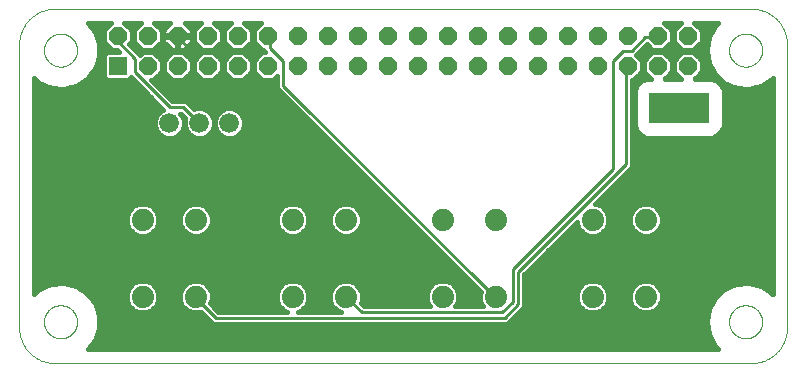
<source format=gbl>
G75*
%MOIN*%
%OFA0B0*%
%FSLAX25Y25*%
%IPPOS*%
%LPD*%
%AMOC8*
5,1,8,0,0,1.08239X$1,22.5*
%
%ADD10R,0.20000X0.10000*%
%ADD11C,0.06600*%
%ADD12C,0.07400*%
%ADD13C,0.00000*%
%ADD14R,0.06000X0.06000*%
%ADD15OC8,0.06000*%
%ADD16C,0.01000*%
%ADD17C,0.04000*%
%ADD18C,0.01600*%
D10*
X0225000Y0090000D03*
D11*
X0075000Y0085000D03*
X0065000Y0085000D03*
X0055000Y0085000D03*
D12*
X0046100Y0052800D03*
X0063900Y0052800D03*
X0096100Y0052800D03*
X0113900Y0052800D03*
X0146100Y0052800D03*
X0163900Y0052800D03*
X0196100Y0052800D03*
X0213900Y0052800D03*
X0213900Y0027200D03*
X0196100Y0027200D03*
X0163900Y0027200D03*
X0146100Y0027200D03*
X0113900Y0027200D03*
X0096100Y0027200D03*
X0063900Y0027200D03*
X0046100Y0027200D03*
D13*
X0016811Y0005000D02*
X0249094Y0005000D01*
X0249379Y0005003D01*
X0249665Y0005014D01*
X0249950Y0005031D01*
X0250234Y0005055D01*
X0250518Y0005086D01*
X0250801Y0005124D01*
X0251082Y0005169D01*
X0251363Y0005220D01*
X0251643Y0005278D01*
X0251921Y0005343D01*
X0252197Y0005415D01*
X0252471Y0005493D01*
X0252744Y0005578D01*
X0253014Y0005670D01*
X0253282Y0005768D01*
X0253548Y0005872D01*
X0253811Y0005983D01*
X0254071Y0006100D01*
X0254329Y0006223D01*
X0254583Y0006353D01*
X0254834Y0006489D01*
X0255082Y0006630D01*
X0255326Y0006778D01*
X0255567Y0006931D01*
X0255803Y0007091D01*
X0256036Y0007256D01*
X0256265Y0007426D01*
X0256490Y0007602D01*
X0256710Y0007784D01*
X0256926Y0007970D01*
X0257137Y0008162D01*
X0257344Y0008359D01*
X0257546Y0008561D01*
X0257743Y0008768D01*
X0257935Y0008979D01*
X0258121Y0009195D01*
X0258303Y0009415D01*
X0258479Y0009640D01*
X0258649Y0009869D01*
X0258814Y0010102D01*
X0258974Y0010338D01*
X0259127Y0010579D01*
X0259275Y0010823D01*
X0259416Y0011071D01*
X0259552Y0011322D01*
X0259682Y0011576D01*
X0259805Y0011834D01*
X0259922Y0012094D01*
X0260033Y0012357D01*
X0260137Y0012623D01*
X0260235Y0012891D01*
X0260327Y0013161D01*
X0260412Y0013434D01*
X0260490Y0013708D01*
X0260562Y0013984D01*
X0260627Y0014262D01*
X0260685Y0014542D01*
X0260736Y0014823D01*
X0260781Y0015104D01*
X0260819Y0015387D01*
X0260850Y0015671D01*
X0260874Y0015955D01*
X0260891Y0016240D01*
X0260902Y0016526D01*
X0260905Y0016811D01*
X0260906Y0016811D02*
X0260906Y0111299D01*
X0260905Y0111299D02*
X0260902Y0111584D01*
X0260891Y0111870D01*
X0260874Y0112155D01*
X0260850Y0112439D01*
X0260819Y0112723D01*
X0260781Y0113006D01*
X0260736Y0113287D01*
X0260685Y0113568D01*
X0260627Y0113848D01*
X0260562Y0114126D01*
X0260490Y0114402D01*
X0260412Y0114676D01*
X0260327Y0114949D01*
X0260235Y0115219D01*
X0260137Y0115487D01*
X0260033Y0115753D01*
X0259922Y0116016D01*
X0259805Y0116276D01*
X0259682Y0116534D01*
X0259552Y0116788D01*
X0259416Y0117039D01*
X0259275Y0117287D01*
X0259127Y0117531D01*
X0258974Y0117772D01*
X0258814Y0118008D01*
X0258649Y0118241D01*
X0258479Y0118470D01*
X0258303Y0118695D01*
X0258121Y0118915D01*
X0257935Y0119131D01*
X0257743Y0119342D01*
X0257546Y0119549D01*
X0257344Y0119751D01*
X0257137Y0119948D01*
X0256926Y0120140D01*
X0256710Y0120326D01*
X0256490Y0120508D01*
X0256265Y0120684D01*
X0256036Y0120854D01*
X0255803Y0121019D01*
X0255567Y0121179D01*
X0255326Y0121332D01*
X0255082Y0121480D01*
X0254834Y0121621D01*
X0254583Y0121757D01*
X0254329Y0121887D01*
X0254071Y0122010D01*
X0253811Y0122127D01*
X0253548Y0122238D01*
X0253282Y0122342D01*
X0253014Y0122440D01*
X0252744Y0122532D01*
X0252471Y0122617D01*
X0252197Y0122695D01*
X0251921Y0122767D01*
X0251643Y0122832D01*
X0251363Y0122890D01*
X0251082Y0122941D01*
X0250801Y0122986D01*
X0250518Y0123024D01*
X0250234Y0123055D01*
X0249950Y0123079D01*
X0249665Y0123096D01*
X0249379Y0123107D01*
X0249094Y0123110D01*
X0016811Y0123110D01*
X0016526Y0123107D01*
X0016240Y0123096D01*
X0015955Y0123079D01*
X0015671Y0123055D01*
X0015387Y0123024D01*
X0015104Y0122986D01*
X0014823Y0122941D01*
X0014542Y0122890D01*
X0014262Y0122832D01*
X0013984Y0122767D01*
X0013708Y0122695D01*
X0013434Y0122617D01*
X0013161Y0122532D01*
X0012891Y0122440D01*
X0012623Y0122342D01*
X0012357Y0122238D01*
X0012094Y0122127D01*
X0011834Y0122010D01*
X0011576Y0121887D01*
X0011322Y0121757D01*
X0011071Y0121621D01*
X0010823Y0121480D01*
X0010579Y0121332D01*
X0010338Y0121179D01*
X0010102Y0121019D01*
X0009869Y0120854D01*
X0009640Y0120684D01*
X0009415Y0120508D01*
X0009195Y0120326D01*
X0008979Y0120140D01*
X0008768Y0119948D01*
X0008561Y0119751D01*
X0008359Y0119549D01*
X0008162Y0119342D01*
X0007970Y0119131D01*
X0007784Y0118915D01*
X0007602Y0118695D01*
X0007426Y0118470D01*
X0007256Y0118241D01*
X0007091Y0118008D01*
X0006931Y0117772D01*
X0006778Y0117531D01*
X0006630Y0117287D01*
X0006489Y0117039D01*
X0006353Y0116788D01*
X0006223Y0116534D01*
X0006100Y0116276D01*
X0005983Y0116016D01*
X0005872Y0115753D01*
X0005768Y0115487D01*
X0005670Y0115219D01*
X0005578Y0114949D01*
X0005493Y0114676D01*
X0005415Y0114402D01*
X0005343Y0114126D01*
X0005278Y0113848D01*
X0005220Y0113568D01*
X0005169Y0113287D01*
X0005124Y0113006D01*
X0005086Y0112723D01*
X0005055Y0112439D01*
X0005031Y0112155D01*
X0005014Y0111870D01*
X0005003Y0111584D01*
X0005000Y0111299D01*
X0005000Y0016811D01*
X0005003Y0016526D01*
X0005014Y0016240D01*
X0005031Y0015955D01*
X0005055Y0015671D01*
X0005086Y0015387D01*
X0005124Y0015104D01*
X0005169Y0014823D01*
X0005220Y0014542D01*
X0005278Y0014262D01*
X0005343Y0013984D01*
X0005415Y0013708D01*
X0005493Y0013434D01*
X0005578Y0013161D01*
X0005670Y0012891D01*
X0005768Y0012623D01*
X0005872Y0012357D01*
X0005983Y0012094D01*
X0006100Y0011834D01*
X0006223Y0011576D01*
X0006353Y0011322D01*
X0006489Y0011071D01*
X0006630Y0010823D01*
X0006778Y0010579D01*
X0006931Y0010338D01*
X0007091Y0010102D01*
X0007256Y0009869D01*
X0007426Y0009640D01*
X0007602Y0009415D01*
X0007784Y0009195D01*
X0007970Y0008979D01*
X0008162Y0008768D01*
X0008359Y0008561D01*
X0008561Y0008359D01*
X0008768Y0008162D01*
X0008979Y0007970D01*
X0009195Y0007784D01*
X0009415Y0007602D01*
X0009640Y0007426D01*
X0009869Y0007256D01*
X0010102Y0007091D01*
X0010338Y0006931D01*
X0010579Y0006778D01*
X0010823Y0006630D01*
X0011071Y0006489D01*
X0011322Y0006353D01*
X0011576Y0006223D01*
X0011834Y0006100D01*
X0012094Y0005983D01*
X0012357Y0005872D01*
X0012623Y0005768D01*
X0012891Y0005670D01*
X0013161Y0005578D01*
X0013434Y0005493D01*
X0013708Y0005415D01*
X0013984Y0005343D01*
X0014262Y0005278D01*
X0014542Y0005220D01*
X0014823Y0005169D01*
X0015104Y0005124D01*
X0015387Y0005086D01*
X0015671Y0005055D01*
X0015955Y0005031D01*
X0016240Y0005014D01*
X0016526Y0005003D01*
X0016811Y0005000D01*
X0013268Y0018780D02*
X0013270Y0018928D01*
X0013276Y0019076D01*
X0013286Y0019224D01*
X0013300Y0019371D01*
X0013318Y0019518D01*
X0013339Y0019664D01*
X0013365Y0019810D01*
X0013395Y0019955D01*
X0013428Y0020099D01*
X0013466Y0020242D01*
X0013507Y0020384D01*
X0013552Y0020525D01*
X0013600Y0020665D01*
X0013653Y0020804D01*
X0013709Y0020941D01*
X0013769Y0021076D01*
X0013832Y0021210D01*
X0013899Y0021342D01*
X0013970Y0021472D01*
X0014044Y0021600D01*
X0014121Y0021726D01*
X0014202Y0021850D01*
X0014286Y0021972D01*
X0014373Y0022091D01*
X0014464Y0022208D01*
X0014558Y0022323D01*
X0014654Y0022435D01*
X0014754Y0022545D01*
X0014856Y0022651D01*
X0014962Y0022755D01*
X0015070Y0022856D01*
X0015181Y0022954D01*
X0015294Y0023050D01*
X0015410Y0023142D01*
X0015528Y0023231D01*
X0015649Y0023316D01*
X0015772Y0023399D01*
X0015897Y0023478D01*
X0016024Y0023554D01*
X0016153Y0023626D01*
X0016284Y0023695D01*
X0016417Y0023760D01*
X0016552Y0023821D01*
X0016688Y0023879D01*
X0016825Y0023934D01*
X0016964Y0023984D01*
X0017105Y0024031D01*
X0017246Y0024074D01*
X0017389Y0024114D01*
X0017533Y0024149D01*
X0017677Y0024181D01*
X0017823Y0024208D01*
X0017969Y0024232D01*
X0018116Y0024252D01*
X0018263Y0024268D01*
X0018410Y0024280D01*
X0018558Y0024288D01*
X0018706Y0024292D01*
X0018854Y0024292D01*
X0019002Y0024288D01*
X0019150Y0024280D01*
X0019297Y0024268D01*
X0019444Y0024252D01*
X0019591Y0024232D01*
X0019737Y0024208D01*
X0019883Y0024181D01*
X0020027Y0024149D01*
X0020171Y0024114D01*
X0020314Y0024074D01*
X0020455Y0024031D01*
X0020596Y0023984D01*
X0020735Y0023934D01*
X0020872Y0023879D01*
X0021008Y0023821D01*
X0021143Y0023760D01*
X0021276Y0023695D01*
X0021407Y0023626D01*
X0021536Y0023554D01*
X0021663Y0023478D01*
X0021788Y0023399D01*
X0021911Y0023316D01*
X0022032Y0023231D01*
X0022150Y0023142D01*
X0022266Y0023050D01*
X0022379Y0022954D01*
X0022490Y0022856D01*
X0022598Y0022755D01*
X0022704Y0022651D01*
X0022806Y0022545D01*
X0022906Y0022435D01*
X0023002Y0022323D01*
X0023096Y0022208D01*
X0023187Y0022091D01*
X0023274Y0021972D01*
X0023358Y0021850D01*
X0023439Y0021726D01*
X0023516Y0021600D01*
X0023590Y0021472D01*
X0023661Y0021342D01*
X0023728Y0021210D01*
X0023791Y0021076D01*
X0023851Y0020941D01*
X0023907Y0020804D01*
X0023960Y0020665D01*
X0024008Y0020525D01*
X0024053Y0020384D01*
X0024094Y0020242D01*
X0024132Y0020099D01*
X0024165Y0019955D01*
X0024195Y0019810D01*
X0024221Y0019664D01*
X0024242Y0019518D01*
X0024260Y0019371D01*
X0024274Y0019224D01*
X0024284Y0019076D01*
X0024290Y0018928D01*
X0024292Y0018780D01*
X0024290Y0018632D01*
X0024284Y0018484D01*
X0024274Y0018336D01*
X0024260Y0018189D01*
X0024242Y0018042D01*
X0024221Y0017896D01*
X0024195Y0017750D01*
X0024165Y0017605D01*
X0024132Y0017461D01*
X0024094Y0017318D01*
X0024053Y0017176D01*
X0024008Y0017035D01*
X0023960Y0016895D01*
X0023907Y0016756D01*
X0023851Y0016619D01*
X0023791Y0016484D01*
X0023728Y0016350D01*
X0023661Y0016218D01*
X0023590Y0016088D01*
X0023516Y0015960D01*
X0023439Y0015834D01*
X0023358Y0015710D01*
X0023274Y0015588D01*
X0023187Y0015469D01*
X0023096Y0015352D01*
X0023002Y0015237D01*
X0022906Y0015125D01*
X0022806Y0015015D01*
X0022704Y0014909D01*
X0022598Y0014805D01*
X0022490Y0014704D01*
X0022379Y0014606D01*
X0022266Y0014510D01*
X0022150Y0014418D01*
X0022032Y0014329D01*
X0021911Y0014244D01*
X0021788Y0014161D01*
X0021663Y0014082D01*
X0021536Y0014006D01*
X0021407Y0013934D01*
X0021276Y0013865D01*
X0021143Y0013800D01*
X0021008Y0013739D01*
X0020872Y0013681D01*
X0020735Y0013626D01*
X0020596Y0013576D01*
X0020455Y0013529D01*
X0020314Y0013486D01*
X0020171Y0013446D01*
X0020027Y0013411D01*
X0019883Y0013379D01*
X0019737Y0013352D01*
X0019591Y0013328D01*
X0019444Y0013308D01*
X0019297Y0013292D01*
X0019150Y0013280D01*
X0019002Y0013272D01*
X0018854Y0013268D01*
X0018706Y0013268D01*
X0018558Y0013272D01*
X0018410Y0013280D01*
X0018263Y0013292D01*
X0018116Y0013308D01*
X0017969Y0013328D01*
X0017823Y0013352D01*
X0017677Y0013379D01*
X0017533Y0013411D01*
X0017389Y0013446D01*
X0017246Y0013486D01*
X0017105Y0013529D01*
X0016964Y0013576D01*
X0016825Y0013626D01*
X0016688Y0013681D01*
X0016552Y0013739D01*
X0016417Y0013800D01*
X0016284Y0013865D01*
X0016153Y0013934D01*
X0016024Y0014006D01*
X0015897Y0014082D01*
X0015772Y0014161D01*
X0015649Y0014244D01*
X0015528Y0014329D01*
X0015410Y0014418D01*
X0015294Y0014510D01*
X0015181Y0014606D01*
X0015070Y0014704D01*
X0014962Y0014805D01*
X0014856Y0014909D01*
X0014754Y0015015D01*
X0014654Y0015125D01*
X0014558Y0015237D01*
X0014464Y0015352D01*
X0014373Y0015469D01*
X0014286Y0015588D01*
X0014202Y0015710D01*
X0014121Y0015834D01*
X0014044Y0015960D01*
X0013970Y0016088D01*
X0013899Y0016218D01*
X0013832Y0016350D01*
X0013769Y0016484D01*
X0013709Y0016619D01*
X0013653Y0016756D01*
X0013600Y0016895D01*
X0013552Y0017035D01*
X0013507Y0017176D01*
X0013466Y0017318D01*
X0013428Y0017461D01*
X0013395Y0017605D01*
X0013365Y0017750D01*
X0013339Y0017896D01*
X0013318Y0018042D01*
X0013300Y0018189D01*
X0013286Y0018336D01*
X0013276Y0018484D01*
X0013270Y0018632D01*
X0013268Y0018780D01*
X0013268Y0109331D02*
X0013270Y0109479D01*
X0013276Y0109627D01*
X0013286Y0109775D01*
X0013300Y0109922D01*
X0013318Y0110069D01*
X0013339Y0110215D01*
X0013365Y0110361D01*
X0013395Y0110506D01*
X0013428Y0110650D01*
X0013466Y0110793D01*
X0013507Y0110935D01*
X0013552Y0111076D01*
X0013600Y0111216D01*
X0013653Y0111355D01*
X0013709Y0111492D01*
X0013769Y0111627D01*
X0013832Y0111761D01*
X0013899Y0111893D01*
X0013970Y0112023D01*
X0014044Y0112151D01*
X0014121Y0112277D01*
X0014202Y0112401D01*
X0014286Y0112523D01*
X0014373Y0112642D01*
X0014464Y0112759D01*
X0014558Y0112874D01*
X0014654Y0112986D01*
X0014754Y0113096D01*
X0014856Y0113202D01*
X0014962Y0113306D01*
X0015070Y0113407D01*
X0015181Y0113505D01*
X0015294Y0113601D01*
X0015410Y0113693D01*
X0015528Y0113782D01*
X0015649Y0113867D01*
X0015772Y0113950D01*
X0015897Y0114029D01*
X0016024Y0114105D01*
X0016153Y0114177D01*
X0016284Y0114246D01*
X0016417Y0114311D01*
X0016552Y0114372D01*
X0016688Y0114430D01*
X0016825Y0114485D01*
X0016964Y0114535D01*
X0017105Y0114582D01*
X0017246Y0114625D01*
X0017389Y0114665D01*
X0017533Y0114700D01*
X0017677Y0114732D01*
X0017823Y0114759D01*
X0017969Y0114783D01*
X0018116Y0114803D01*
X0018263Y0114819D01*
X0018410Y0114831D01*
X0018558Y0114839D01*
X0018706Y0114843D01*
X0018854Y0114843D01*
X0019002Y0114839D01*
X0019150Y0114831D01*
X0019297Y0114819D01*
X0019444Y0114803D01*
X0019591Y0114783D01*
X0019737Y0114759D01*
X0019883Y0114732D01*
X0020027Y0114700D01*
X0020171Y0114665D01*
X0020314Y0114625D01*
X0020455Y0114582D01*
X0020596Y0114535D01*
X0020735Y0114485D01*
X0020872Y0114430D01*
X0021008Y0114372D01*
X0021143Y0114311D01*
X0021276Y0114246D01*
X0021407Y0114177D01*
X0021536Y0114105D01*
X0021663Y0114029D01*
X0021788Y0113950D01*
X0021911Y0113867D01*
X0022032Y0113782D01*
X0022150Y0113693D01*
X0022266Y0113601D01*
X0022379Y0113505D01*
X0022490Y0113407D01*
X0022598Y0113306D01*
X0022704Y0113202D01*
X0022806Y0113096D01*
X0022906Y0112986D01*
X0023002Y0112874D01*
X0023096Y0112759D01*
X0023187Y0112642D01*
X0023274Y0112523D01*
X0023358Y0112401D01*
X0023439Y0112277D01*
X0023516Y0112151D01*
X0023590Y0112023D01*
X0023661Y0111893D01*
X0023728Y0111761D01*
X0023791Y0111627D01*
X0023851Y0111492D01*
X0023907Y0111355D01*
X0023960Y0111216D01*
X0024008Y0111076D01*
X0024053Y0110935D01*
X0024094Y0110793D01*
X0024132Y0110650D01*
X0024165Y0110506D01*
X0024195Y0110361D01*
X0024221Y0110215D01*
X0024242Y0110069D01*
X0024260Y0109922D01*
X0024274Y0109775D01*
X0024284Y0109627D01*
X0024290Y0109479D01*
X0024292Y0109331D01*
X0024290Y0109183D01*
X0024284Y0109035D01*
X0024274Y0108887D01*
X0024260Y0108740D01*
X0024242Y0108593D01*
X0024221Y0108447D01*
X0024195Y0108301D01*
X0024165Y0108156D01*
X0024132Y0108012D01*
X0024094Y0107869D01*
X0024053Y0107727D01*
X0024008Y0107586D01*
X0023960Y0107446D01*
X0023907Y0107307D01*
X0023851Y0107170D01*
X0023791Y0107035D01*
X0023728Y0106901D01*
X0023661Y0106769D01*
X0023590Y0106639D01*
X0023516Y0106511D01*
X0023439Y0106385D01*
X0023358Y0106261D01*
X0023274Y0106139D01*
X0023187Y0106020D01*
X0023096Y0105903D01*
X0023002Y0105788D01*
X0022906Y0105676D01*
X0022806Y0105566D01*
X0022704Y0105460D01*
X0022598Y0105356D01*
X0022490Y0105255D01*
X0022379Y0105157D01*
X0022266Y0105061D01*
X0022150Y0104969D01*
X0022032Y0104880D01*
X0021911Y0104795D01*
X0021788Y0104712D01*
X0021663Y0104633D01*
X0021536Y0104557D01*
X0021407Y0104485D01*
X0021276Y0104416D01*
X0021143Y0104351D01*
X0021008Y0104290D01*
X0020872Y0104232D01*
X0020735Y0104177D01*
X0020596Y0104127D01*
X0020455Y0104080D01*
X0020314Y0104037D01*
X0020171Y0103997D01*
X0020027Y0103962D01*
X0019883Y0103930D01*
X0019737Y0103903D01*
X0019591Y0103879D01*
X0019444Y0103859D01*
X0019297Y0103843D01*
X0019150Y0103831D01*
X0019002Y0103823D01*
X0018854Y0103819D01*
X0018706Y0103819D01*
X0018558Y0103823D01*
X0018410Y0103831D01*
X0018263Y0103843D01*
X0018116Y0103859D01*
X0017969Y0103879D01*
X0017823Y0103903D01*
X0017677Y0103930D01*
X0017533Y0103962D01*
X0017389Y0103997D01*
X0017246Y0104037D01*
X0017105Y0104080D01*
X0016964Y0104127D01*
X0016825Y0104177D01*
X0016688Y0104232D01*
X0016552Y0104290D01*
X0016417Y0104351D01*
X0016284Y0104416D01*
X0016153Y0104485D01*
X0016024Y0104557D01*
X0015897Y0104633D01*
X0015772Y0104712D01*
X0015649Y0104795D01*
X0015528Y0104880D01*
X0015410Y0104969D01*
X0015294Y0105061D01*
X0015181Y0105157D01*
X0015070Y0105255D01*
X0014962Y0105356D01*
X0014856Y0105460D01*
X0014754Y0105566D01*
X0014654Y0105676D01*
X0014558Y0105788D01*
X0014464Y0105903D01*
X0014373Y0106020D01*
X0014286Y0106139D01*
X0014202Y0106261D01*
X0014121Y0106385D01*
X0014044Y0106511D01*
X0013970Y0106639D01*
X0013899Y0106769D01*
X0013832Y0106901D01*
X0013769Y0107035D01*
X0013709Y0107170D01*
X0013653Y0107307D01*
X0013600Y0107446D01*
X0013552Y0107586D01*
X0013507Y0107727D01*
X0013466Y0107869D01*
X0013428Y0108012D01*
X0013395Y0108156D01*
X0013365Y0108301D01*
X0013339Y0108447D01*
X0013318Y0108593D01*
X0013300Y0108740D01*
X0013286Y0108887D01*
X0013276Y0109035D01*
X0013270Y0109183D01*
X0013268Y0109331D01*
X0241614Y0109331D02*
X0241616Y0109479D01*
X0241622Y0109627D01*
X0241632Y0109775D01*
X0241646Y0109922D01*
X0241664Y0110069D01*
X0241685Y0110215D01*
X0241711Y0110361D01*
X0241741Y0110506D01*
X0241774Y0110650D01*
X0241812Y0110793D01*
X0241853Y0110935D01*
X0241898Y0111076D01*
X0241946Y0111216D01*
X0241999Y0111355D01*
X0242055Y0111492D01*
X0242115Y0111627D01*
X0242178Y0111761D01*
X0242245Y0111893D01*
X0242316Y0112023D01*
X0242390Y0112151D01*
X0242467Y0112277D01*
X0242548Y0112401D01*
X0242632Y0112523D01*
X0242719Y0112642D01*
X0242810Y0112759D01*
X0242904Y0112874D01*
X0243000Y0112986D01*
X0243100Y0113096D01*
X0243202Y0113202D01*
X0243308Y0113306D01*
X0243416Y0113407D01*
X0243527Y0113505D01*
X0243640Y0113601D01*
X0243756Y0113693D01*
X0243874Y0113782D01*
X0243995Y0113867D01*
X0244118Y0113950D01*
X0244243Y0114029D01*
X0244370Y0114105D01*
X0244499Y0114177D01*
X0244630Y0114246D01*
X0244763Y0114311D01*
X0244898Y0114372D01*
X0245034Y0114430D01*
X0245171Y0114485D01*
X0245310Y0114535D01*
X0245451Y0114582D01*
X0245592Y0114625D01*
X0245735Y0114665D01*
X0245879Y0114700D01*
X0246023Y0114732D01*
X0246169Y0114759D01*
X0246315Y0114783D01*
X0246462Y0114803D01*
X0246609Y0114819D01*
X0246756Y0114831D01*
X0246904Y0114839D01*
X0247052Y0114843D01*
X0247200Y0114843D01*
X0247348Y0114839D01*
X0247496Y0114831D01*
X0247643Y0114819D01*
X0247790Y0114803D01*
X0247937Y0114783D01*
X0248083Y0114759D01*
X0248229Y0114732D01*
X0248373Y0114700D01*
X0248517Y0114665D01*
X0248660Y0114625D01*
X0248801Y0114582D01*
X0248942Y0114535D01*
X0249081Y0114485D01*
X0249218Y0114430D01*
X0249354Y0114372D01*
X0249489Y0114311D01*
X0249622Y0114246D01*
X0249753Y0114177D01*
X0249882Y0114105D01*
X0250009Y0114029D01*
X0250134Y0113950D01*
X0250257Y0113867D01*
X0250378Y0113782D01*
X0250496Y0113693D01*
X0250612Y0113601D01*
X0250725Y0113505D01*
X0250836Y0113407D01*
X0250944Y0113306D01*
X0251050Y0113202D01*
X0251152Y0113096D01*
X0251252Y0112986D01*
X0251348Y0112874D01*
X0251442Y0112759D01*
X0251533Y0112642D01*
X0251620Y0112523D01*
X0251704Y0112401D01*
X0251785Y0112277D01*
X0251862Y0112151D01*
X0251936Y0112023D01*
X0252007Y0111893D01*
X0252074Y0111761D01*
X0252137Y0111627D01*
X0252197Y0111492D01*
X0252253Y0111355D01*
X0252306Y0111216D01*
X0252354Y0111076D01*
X0252399Y0110935D01*
X0252440Y0110793D01*
X0252478Y0110650D01*
X0252511Y0110506D01*
X0252541Y0110361D01*
X0252567Y0110215D01*
X0252588Y0110069D01*
X0252606Y0109922D01*
X0252620Y0109775D01*
X0252630Y0109627D01*
X0252636Y0109479D01*
X0252638Y0109331D01*
X0252636Y0109183D01*
X0252630Y0109035D01*
X0252620Y0108887D01*
X0252606Y0108740D01*
X0252588Y0108593D01*
X0252567Y0108447D01*
X0252541Y0108301D01*
X0252511Y0108156D01*
X0252478Y0108012D01*
X0252440Y0107869D01*
X0252399Y0107727D01*
X0252354Y0107586D01*
X0252306Y0107446D01*
X0252253Y0107307D01*
X0252197Y0107170D01*
X0252137Y0107035D01*
X0252074Y0106901D01*
X0252007Y0106769D01*
X0251936Y0106639D01*
X0251862Y0106511D01*
X0251785Y0106385D01*
X0251704Y0106261D01*
X0251620Y0106139D01*
X0251533Y0106020D01*
X0251442Y0105903D01*
X0251348Y0105788D01*
X0251252Y0105676D01*
X0251152Y0105566D01*
X0251050Y0105460D01*
X0250944Y0105356D01*
X0250836Y0105255D01*
X0250725Y0105157D01*
X0250612Y0105061D01*
X0250496Y0104969D01*
X0250378Y0104880D01*
X0250257Y0104795D01*
X0250134Y0104712D01*
X0250009Y0104633D01*
X0249882Y0104557D01*
X0249753Y0104485D01*
X0249622Y0104416D01*
X0249489Y0104351D01*
X0249354Y0104290D01*
X0249218Y0104232D01*
X0249081Y0104177D01*
X0248942Y0104127D01*
X0248801Y0104080D01*
X0248660Y0104037D01*
X0248517Y0103997D01*
X0248373Y0103962D01*
X0248229Y0103930D01*
X0248083Y0103903D01*
X0247937Y0103879D01*
X0247790Y0103859D01*
X0247643Y0103843D01*
X0247496Y0103831D01*
X0247348Y0103823D01*
X0247200Y0103819D01*
X0247052Y0103819D01*
X0246904Y0103823D01*
X0246756Y0103831D01*
X0246609Y0103843D01*
X0246462Y0103859D01*
X0246315Y0103879D01*
X0246169Y0103903D01*
X0246023Y0103930D01*
X0245879Y0103962D01*
X0245735Y0103997D01*
X0245592Y0104037D01*
X0245451Y0104080D01*
X0245310Y0104127D01*
X0245171Y0104177D01*
X0245034Y0104232D01*
X0244898Y0104290D01*
X0244763Y0104351D01*
X0244630Y0104416D01*
X0244499Y0104485D01*
X0244370Y0104557D01*
X0244243Y0104633D01*
X0244118Y0104712D01*
X0243995Y0104795D01*
X0243874Y0104880D01*
X0243756Y0104969D01*
X0243640Y0105061D01*
X0243527Y0105157D01*
X0243416Y0105255D01*
X0243308Y0105356D01*
X0243202Y0105460D01*
X0243100Y0105566D01*
X0243000Y0105676D01*
X0242904Y0105788D01*
X0242810Y0105903D01*
X0242719Y0106020D01*
X0242632Y0106139D01*
X0242548Y0106261D01*
X0242467Y0106385D01*
X0242390Y0106511D01*
X0242316Y0106639D01*
X0242245Y0106769D01*
X0242178Y0106901D01*
X0242115Y0107035D01*
X0242055Y0107170D01*
X0241999Y0107307D01*
X0241946Y0107446D01*
X0241898Y0107586D01*
X0241853Y0107727D01*
X0241812Y0107869D01*
X0241774Y0108012D01*
X0241741Y0108156D01*
X0241711Y0108301D01*
X0241685Y0108447D01*
X0241664Y0108593D01*
X0241646Y0108740D01*
X0241632Y0108887D01*
X0241622Y0109035D01*
X0241616Y0109183D01*
X0241614Y0109331D01*
X0241614Y0018780D02*
X0241616Y0018928D01*
X0241622Y0019076D01*
X0241632Y0019224D01*
X0241646Y0019371D01*
X0241664Y0019518D01*
X0241685Y0019664D01*
X0241711Y0019810D01*
X0241741Y0019955D01*
X0241774Y0020099D01*
X0241812Y0020242D01*
X0241853Y0020384D01*
X0241898Y0020525D01*
X0241946Y0020665D01*
X0241999Y0020804D01*
X0242055Y0020941D01*
X0242115Y0021076D01*
X0242178Y0021210D01*
X0242245Y0021342D01*
X0242316Y0021472D01*
X0242390Y0021600D01*
X0242467Y0021726D01*
X0242548Y0021850D01*
X0242632Y0021972D01*
X0242719Y0022091D01*
X0242810Y0022208D01*
X0242904Y0022323D01*
X0243000Y0022435D01*
X0243100Y0022545D01*
X0243202Y0022651D01*
X0243308Y0022755D01*
X0243416Y0022856D01*
X0243527Y0022954D01*
X0243640Y0023050D01*
X0243756Y0023142D01*
X0243874Y0023231D01*
X0243995Y0023316D01*
X0244118Y0023399D01*
X0244243Y0023478D01*
X0244370Y0023554D01*
X0244499Y0023626D01*
X0244630Y0023695D01*
X0244763Y0023760D01*
X0244898Y0023821D01*
X0245034Y0023879D01*
X0245171Y0023934D01*
X0245310Y0023984D01*
X0245451Y0024031D01*
X0245592Y0024074D01*
X0245735Y0024114D01*
X0245879Y0024149D01*
X0246023Y0024181D01*
X0246169Y0024208D01*
X0246315Y0024232D01*
X0246462Y0024252D01*
X0246609Y0024268D01*
X0246756Y0024280D01*
X0246904Y0024288D01*
X0247052Y0024292D01*
X0247200Y0024292D01*
X0247348Y0024288D01*
X0247496Y0024280D01*
X0247643Y0024268D01*
X0247790Y0024252D01*
X0247937Y0024232D01*
X0248083Y0024208D01*
X0248229Y0024181D01*
X0248373Y0024149D01*
X0248517Y0024114D01*
X0248660Y0024074D01*
X0248801Y0024031D01*
X0248942Y0023984D01*
X0249081Y0023934D01*
X0249218Y0023879D01*
X0249354Y0023821D01*
X0249489Y0023760D01*
X0249622Y0023695D01*
X0249753Y0023626D01*
X0249882Y0023554D01*
X0250009Y0023478D01*
X0250134Y0023399D01*
X0250257Y0023316D01*
X0250378Y0023231D01*
X0250496Y0023142D01*
X0250612Y0023050D01*
X0250725Y0022954D01*
X0250836Y0022856D01*
X0250944Y0022755D01*
X0251050Y0022651D01*
X0251152Y0022545D01*
X0251252Y0022435D01*
X0251348Y0022323D01*
X0251442Y0022208D01*
X0251533Y0022091D01*
X0251620Y0021972D01*
X0251704Y0021850D01*
X0251785Y0021726D01*
X0251862Y0021600D01*
X0251936Y0021472D01*
X0252007Y0021342D01*
X0252074Y0021210D01*
X0252137Y0021076D01*
X0252197Y0020941D01*
X0252253Y0020804D01*
X0252306Y0020665D01*
X0252354Y0020525D01*
X0252399Y0020384D01*
X0252440Y0020242D01*
X0252478Y0020099D01*
X0252511Y0019955D01*
X0252541Y0019810D01*
X0252567Y0019664D01*
X0252588Y0019518D01*
X0252606Y0019371D01*
X0252620Y0019224D01*
X0252630Y0019076D01*
X0252636Y0018928D01*
X0252638Y0018780D01*
X0252636Y0018632D01*
X0252630Y0018484D01*
X0252620Y0018336D01*
X0252606Y0018189D01*
X0252588Y0018042D01*
X0252567Y0017896D01*
X0252541Y0017750D01*
X0252511Y0017605D01*
X0252478Y0017461D01*
X0252440Y0017318D01*
X0252399Y0017176D01*
X0252354Y0017035D01*
X0252306Y0016895D01*
X0252253Y0016756D01*
X0252197Y0016619D01*
X0252137Y0016484D01*
X0252074Y0016350D01*
X0252007Y0016218D01*
X0251936Y0016088D01*
X0251862Y0015960D01*
X0251785Y0015834D01*
X0251704Y0015710D01*
X0251620Y0015588D01*
X0251533Y0015469D01*
X0251442Y0015352D01*
X0251348Y0015237D01*
X0251252Y0015125D01*
X0251152Y0015015D01*
X0251050Y0014909D01*
X0250944Y0014805D01*
X0250836Y0014704D01*
X0250725Y0014606D01*
X0250612Y0014510D01*
X0250496Y0014418D01*
X0250378Y0014329D01*
X0250257Y0014244D01*
X0250134Y0014161D01*
X0250009Y0014082D01*
X0249882Y0014006D01*
X0249753Y0013934D01*
X0249622Y0013865D01*
X0249489Y0013800D01*
X0249354Y0013739D01*
X0249218Y0013681D01*
X0249081Y0013626D01*
X0248942Y0013576D01*
X0248801Y0013529D01*
X0248660Y0013486D01*
X0248517Y0013446D01*
X0248373Y0013411D01*
X0248229Y0013379D01*
X0248083Y0013352D01*
X0247937Y0013328D01*
X0247790Y0013308D01*
X0247643Y0013292D01*
X0247496Y0013280D01*
X0247348Y0013272D01*
X0247200Y0013268D01*
X0247052Y0013268D01*
X0246904Y0013272D01*
X0246756Y0013280D01*
X0246609Y0013292D01*
X0246462Y0013308D01*
X0246315Y0013328D01*
X0246169Y0013352D01*
X0246023Y0013379D01*
X0245879Y0013411D01*
X0245735Y0013446D01*
X0245592Y0013486D01*
X0245451Y0013529D01*
X0245310Y0013576D01*
X0245171Y0013626D01*
X0245034Y0013681D01*
X0244898Y0013739D01*
X0244763Y0013800D01*
X0244630Y0013865D01*
X0244499Y0013934D01*
X0244370Y0014006D01*
X0244243Y0014082D01*
X0244118Y0014161D01*
X0243995Y0014244D01*
X0243874Y0014329D01*
X0243756Y0014418D01*
X0243640Y0014510D01*
X0243527Y0014606D01*
X0243416Y0014704D01*
X0243308Y0014805D01*
X0243202Y0014909D01*
X0243100Y0015015D01*
X0243000Y0015125D01*
X0242904Y0015237D01*
X0242810Y0015352D01*
X0242719Y0015469D01*
X0242632Y0015588D01*
X0242548Y0015710D01*
X0242467Y0015834D01*
X0242390Y0015960D01*
X0242316Y0016088D01*
X0242245Y0016218D01*
X0242178Y0016350D01*
X0242115Y0016484D01*
X0242055Y0016619D01*
X0241999Y0016756D01*
X0241946Y0016895D01*
X0241898Y0017035D01*
X0241853Y0017176D01*
X0241812Y0017318D01*
X0241774Y0017461D01*
X0241741Y0017605D01*
X0241711Y0017750D01*
X0241685Y0017896D01*
X0241664Y0018042D01*
X0241646Y0018189D01*
X0241632Y0018336D01*
X0241622Y0018484D01*
X0241616Y0018632D01*
X0241614Y0018780D01*
D14*
X0037835Y0104016D03*
D15*
X0047835Y0104016D03*
X0057835Y0104016D03*
X0067835Y0104016D03*
X0077835Y0104016D03*
X0087835Y0104016D03*
X0097835Y0104016D03*
X0107835Y0104016D03*
X0117835Y0104016D03*
X0127835Y0104016D03*
X0137835Y0104016D03*
X0147835Y0104016D03*
X0157835Y0104016D03*
X0167835Y0104016D03*
X0177835Y0104016D03*
X0187835Y0104016D03*
X0197835Y0104016D03*
X0207835Y0104016D03*
X0217835Y0104016D03*
X0227835Y0104016D03*
X0227835Y0114016D03*
X0217835Y0114016D03*
X0207835Y0114016D03*
X0197835Y0114016D03*
X0187835Y0114016D03*
X0177835Y0114016D03*
X0167835Y0114016D03*
X0157835Y0114016D03*
X0147835Y0114016D03*
X0137835Y0114016D03*
X0127835Y0114016D03*
X0117835Y0114016D03*
X0107835Y0114016D03*
X0097835Y0114016D03*
X0087835Y0114016D03*
X0077835Y0114016D03*
X0067835Y0114016D03*
X0057835Y0114016D03*
X0047835Y0114016D03*
X0037835Y0114016D03*
D16*
X0038100Y0113700D01*
X0038100Y0111900D01*
X0043500Y0106500D01*
X0043500Y0102000D01*
X0055200Y0090300D01*
X0059700Y0090300D01*
X0065000Y0085000D01*
X0093000Y0097500D02*
X0163200Y0027300D01*
X0163900Y0027200D01*
X0165900Y0021900D02*
X0169500Y0025500D01*
X0169500Y0036300D01*
X0202800Y0069600D01*
X0202800Y0105600D01*
X0206400Y0109200D01*
X0209100Y0109200D01*
X0213600Y0113700D01*
X0217200Y0113700D01*
X0217835Y0114016D01*
X0207835Y0104016D02*
X0207300Y0103800D01*
X0207300Y0071400D01*
X0171300Y0035400D01*
X0171300Y0024600D01*
X0166800Y0020100D01*
X0070500Y0020100D01*
X0064200Y0026400D01*
X0063900Y0027200D01*
X0113900Y0027200D02*
X0114600Y0026400D01*
X0119100Y0021900D01*
X0165900Y0021900D01*
X0113700Y0060600D02*
X0106500Y0060600D01*
X0101100Y0066000D01*
X0067800Y0099300D01*
X0066000Y0099300D01*
X0062400Y0102900D01*
X0062400Y0109200D01*
X0057900Y0113700D01*
X0057835Y0114016D01*
X0087835Y0114016D02*
X0088500Y0113700D01*
X0088500Y0110100D01*
X0093000Y0105600D01*
X0093000Y0097500D01*
D17*
X0101100Y0066000D03*
X0113700Y0060600D03*
D18*
X0112846Y0058100D02*
X0110898Y0057293D01*
X0109407Y0055802D01*
X0108600Y0053854D01*
X0108600Y0051746D01*
X0109407Y0049798D01*
X0110898Y0048307D01*
X0112846Y0047500D01*
X0114954Y0047500D01*
X0116902Y0048307D01*
X0118393Y0049798D01*
X0119200Y0051746D01*
X0119200Y0053854D01*
X0118393Y0055802D01*
X0116902Y0057293D01*
X0114954Y0058100D01*
X0112846Y0058100D01*
X0110538Y0056933D02*
X0099462Y0056933D01*
X0099102Y0057293D02*
X0100593Y0055802D01*
X0101400Y0053854D01*
X0101400Y0051746D01*
X0100593Y0049798D01*
X0099102Y0048307D01*
X0097154Y0047500D01*
X0095046Y0047500D01*
X0093098Y0048307D01*
X0091607Y0049798D01*
X0090800Y0051746D01*
X0090800Y0053854D01*
X0091607Y0055802D01*
X0093098Y0057293D01*
X0095046Y0058100D01*
X0097154Y0058100D01*
X0099102Y0057293D01*
X0100787Y0055334D02*
X0109213Y0055334D01*
X0108600Y0053736D02*
X0101400Y0053736D01*
X0101400Y0052137D02*
X0108600Y0052137D01*
X0109100Y0050539D02*
X0100900Y0050539D01*
X0099736Y0048940D02*
X0110264Y0048940D01*
X0117536Y0048940D02*
X0138590Y0048940D01*
X0140188Y0047342D02*
X0009800Y0047342D01*
X0009800Y0048940D02*
X0042464Y0048940D01*
X0043098Y0048307D02*
X0041607Y0049798D01*
X0040800Y0051746D01*
X0040800Y0053854D01*
X0041607Y0055802D01*
X0043098Y0057293D01*
X0045046Y0058100D01*
X0047154Y0058100D01*
X0049102Y0057293D01*
X0050593Y0055802D01*
X0051400Y0053854D01*
X0051400Y0051746D01*
X0050593Y0049798D01*
X0049102Y0048307D01*
X0047154Y0047500D01*
X0045046Y0047500D01*
X0043098Y0048307D01*
X0041300Y0050539D02*
X0009800Y0050539D01*
X0009800Y0052137D02*
X0040800Y0052137D01*
X0040800Y0053736D02*
X0009800Y0053736D01*
X0009800Y0055334D02*
X0041413Y0055334D01*
X0042738Y0056933D02*
X0009800Y0056933D01*
X0009800Y0058532D02*
X0128999Y0058532D01*
X0127400Y0060130D02*
X0009800Y0060130D01*
X0009800Y0061729D02*
X0125802Y0061729D01*
X0124203Y0063327D02*
X0009800Y0063327D01*
X0009800Y0064926D02*
X0122605Y0064926D01*
X0121006Y0066524D02*
X0009800Y0066524D01*
X0009800Y0068123D02*
X0119408Y0068123D01*
X0117809Y0069721D02*
X0009800Y0069721D01*
X0009800Y0071320D02*
X0116211Y0071320D01*
X0114612Y0072918D02*
X0009800Y0072918D01*
X0009800Y0074517D02*
X0113014Y0074517D01*
X0111415Y0076115D02*
X0009800Y0076115D01*
X0009800Y0077714D02*
X0109816Y0077714D01*
X0108218Y0079312D02*
X0009800Y0079312D01*
X0009800Y0080911D02*
X0052160Y0080911D01*
X0052224Y0080846D02*
X0054025Y0080100D01*
X0055975Y0080100D01*
X0057776Y0080846D01*
X0059154Y0082224D01*
X0059900Y0084025D01*
X0059900Y0085975D01*
X0059154Y0087776D01*
X0058730Y0088200D01*
X0058830Y0088200D01*
X0060380Y0086650D01*
X0060100Y0085975D01*
X0060100Y0084025D01*
X0060846Y0082224D01*
X0062224Y0080846D01*
X0064025Y0080100D01*
X0065975Y0080100D01*
X0067776Y0080846D01*
X0069154Y0082224D01*
X0069900Y0084025D01*
X0069900Y0085975D01*
X0069154Y0087776D01*
X0067776Y0089154D01*
X0065975Y0089900D01*
X0064025Y0089900D01*
X0063350Y0089620D01*
X0060570Y0092400D01*
X0056070Y0092400D01*
X0049054Y0099416D01*
X0049740Y0099416D01*
X0052435Y0102110D01*
X0052435Y0105921D01*
X0049740Y0108616D01*
X0045929Y0108616D01*
X0045142Y0107828D01*
X0044370Y0108600D01*
X0041647Y0111323D01*
X0042435Y0112110D01*
X0042435Y0115921D01*
X0040046Y0118310D01*
X0045624Y0118310D01*
X0043235Y0115921D01*
X0043235Y0112110D01*
X0045929Y0109416D01*
X0049740Y0109416D01*
X0052435Y0112110D01*
X0052435Y0115921D01*
X0050046Y0118310D01*
X0055341Y0118310D01*
X0053035Y0116004D01*
X0053035Y0114216D01*
X0057635Y0114216D01*
X0057635Y0113816D01*
X0058035Y0113816D01*
X0058035Y0114216D01*
X0062635Y0114216D01*
X0062635Y0116004D01*
X0060328Y0118310D01*
X0065624Y0118310D01*
X0063235Y0115921D01*
X0063235Y0112110D01*
X0065929Y0109416D01*
X0069740Y0109416D01*
X0072435Y0112110D01*
X0072435Y0115921D01*
X0070046Y0118310D01*
X0075624Y0118310D01*
X0073235Y0115921D01*
X0073235Y0112110D01*
X0075929Y0109416D01*
X0079740Y0109416D01*
X0082435Y0112110D01*
X0082435Y0115921D01*
X0080046Y0118310D01*
X0085624Y0118310D01*
X0083235Y0115921D01*
X0083235Y0112110D01*
X0085929Y0109416D01*
X0086400Y0109416D01*
X0086400Y0109230D01*
X0087014Y0108616D01*
X0085929Y0108616D01*
X0083235Y0105921D01*
X0083235Y0102110D01*
X0085929Y0099416D01*
X0089740Y0099416D01*
X0090900Y0100576D01*
X0090900Y0096630D01*
X0158798Y0028732D01*
X0158600Y0028254D01*
X0158600Y0026146D01*
X0159407Y0024198D01*
X0159605Y0024000D01*
X0150395Y0024000D01*
X0150593Y0024198D01*
X0151400Y0026146D01*
X0151400Y0028254D01*
X0150593Y0030202D01*
X0149102Y0031693D01*
X0147154Y0032500D01*
X0145046Y0032500D01*
X0143098Y0031693D01*
X0141607Y0030202D01*
X0140800Y0028254D01*
X0140800Y0026146D01*
X0141607Y0024198D01*
X0141805Y0024000D01*
X0119970Y0024000D01*
X0118797Y0025173D01*
X0119200Y0026146D01*
X0119200Y0028254D01*
X0118393Y0030202D01*
X0116902Y0031693D01*
X0114954Y0032500D01*
X0112846Y0032500D01*
X0110898Y0031693D01*
X0109407Y0030202D01*
X0108600Y0028254D01*
X0108600Y0026146D01*
X0109407Y0024198D01*
X0110898Y0022707D01*
X0112122Y0022200D01*
X0097878Y0022200D01*
X0099102Y0022707D01*
X0100593Y0024198D01*
X0101400Y0026146D01*
X0101400Y0028254D01*
X0100593Y0030202D01*
X0099102Y0031693D01*
X0097154Y0032500D01*
X0095046Y0032500D01*
X0093098Y0031693D01*
X0091607Y0030202D01*
X0090800Y0028254D01*
X0090800Y0026146D01*
X0091607Y0024198D01*
X0093098Y0022707D01*
X0094322Y0022200D01*
X0071370Y0022200D01*
X0068680Y0024890D01*
X0069200Y0026146D01*
X0069200Y0028254D01*
X0068393Y0030202D01*
X0066902Y0031693D01*
X0064954Y0032500D01*
X0062846Y0032500D01*
X0060898Y0031693D01*
X0059407Y0030202D01*
X0058600Y0028254D01*
X0058600Y0026146D01*
X0059407Y0024198D01*
X0060898Y0022707D01*
X0062846Y0021900D01*
X0064954Y0021900D01*
X0065503Y0022127D01*
X0069630Y0018000D01*
X0167670Y0018000D01*
X0168900Y0019230D01*
X0173400Y0023730D01*
X0173400Y0034530D01*
X0190800Y0051930D01*
X0190800Y0051746D01*
X0191607Y0049798D01*
X0193098Y0048307D01*
X0195046Y0047500D01*
X0197154Y0047500D01*
X0199102Y0048307D01*
X0200593Y0049798D01*
X0201400Y0051746D01*
X0201400Y0053854D01*
X0200593Y0055802D01*
X0199102Y0057293D01*
X0197154Y0058100D01*
X0196970Y0058100D01*
X0209400Y0070530D01*
X0209400Y0099416D01*
X0209740Y0099416D01*
X0212435Y0102110D01*
X0212435Y0105921D01*
X0210613Y0107743D01*
X0211200Y0108330D01*
X0214107Y0111238D01*
X0215929Y0109416D01*
X0219740Y0109416D01*
X0222435Y0112110D01*
X0222435Y0115921D01*
X0220046Y0118310D01*
X0225624Y0118310D01*
X0223235Y0115921D01*
X0223235Y0112110D01*
X0225929Y0109416D01*
X0229740Y0109416D01*
X0232435Y0112110D01*
X0232435Y0115921D01*
X0230046Y0118310D01*
X0237941Y0118310D01*
X0236863Y0117318D01*
X0234826Y0113553D01*
X0234121Y0109331D01*
X0234826Y0105108D01*
X0236863Y0101343D01*
X0240013Y0098444D01*
X0243934Y0096724D01*
X0248200Y0096370D01*
X0252350Y0097421D01*
X0255934Y0099763D01*
X0256106Y0099983D01*
X0256106Y0028127D01*
X0255934Y0028347D01*
X0252350Y0030689D01*
X0248200Y0031740D01*
X0243934Y0031386D01*
X0240013Y0029667D01*
X0236863Y0026767D01*
X0234826Y0023002D01*
X0234121Y0018780D01*
X0234826Y0014557D01*
X0236863Y0010792D01*
X0237941Y0009800D01*
X0028045Y0009800D01*
X0030217Y0012590D01*
X0031607Y0016639D01*
X0031607Y0020920D01*
X0030217Y0024969D01*
X0027587Y0028347D01*
X0024003Y0030689D01*
X0019853Y0031740D01*
X0015587Y0031386D01*
X0011667Y0029667D01*
X0009800Y0027948D01*
X0009800Y0100162D01*
X0011667Y0098444D01*
X0015587Y0096724D01*
X0019853Y0096370D01*
X0024003Y0097421D01*
X0027587Y0099763D01*
X0030217Y0103141D01*
X0031607Y0107190D01*
X0031607Y0111471D01*
X0030217Y0115520D01*
X0028045Y0118310D01*
X0035624Y0118310D01*
X0033235Y0115921D01*
X0033235Y0112110D01*
X0035929Y0109416D01*
X0037614Y0109416D01*
X0038414Y0108616D01*
X0034172Y0108616D01*
X0033235Y0107678D01*
X0033235Y0100353D01*
X0034172Y0099416D01*
X0041497Y0099416D01*
X0042306Y0100224D01*
X0053039Y0089491D01*
X0052224Y0089154D01*
X0050846Y0087776D01*
X0050100Y0085975D01*
X0050100Y0084025D01*
X0050846Y0082224D01*
X0052224Y0080846D01*
X0050728Y0082509D02*
X0009800Y0082509D01*
X0009800Y0084108D02*
X0050100Y0084108D01*
X0050100Y0085706D02*
X0009800Y0085706D01*
X0009800Y0087305D02*
X0050651Y0087305D01*
X0051974Y0088903D02*
X0009800Y0088903D01*
X0009800Y0090502D02*
X0052028Y0090502D01*
X0050430Y0092100D02*
X0009800Y0092100D01*
X0009800Y0093699D02*
X0048831Y0093699D01*
X0047233Y0095297D02*
X0009800Y0095297D01*
X0009800Y0096896D02*
X0015195Y0096896D01*
X0011612Y0098494D02*
X0009800Y0098494D01*
X0009800Y0100093D02*
X0009875Y0100093D01*
X0021928Y0096896D02*
X0045634Y0096896D01*
X0044036Y0098494D02*
X0025646Y0098494D01*
X0027844Y0100093D02*
X0033495Y0100093D01*
X0033235Y0101691D02*
X0029088Y0101691D01*
X0030268Y0103290D02*
X0033235Y0103290D01*
X0033235Y0104888D02*
X0030817Y0104888D01*
X0031365Y0106487D02*
X0033235Y0106487D01*
X0033642Y0108085D02*
X0031607Y0108085D01*
X0031607Y0109684D02*
X0035661Y0109684D01*
X0034063Y0111282D02*
X0031607Y0111282D01*
X0031123Y0112881D02*
X0033235Y0112881D01*
X0033235Y0114479D02*
X0030574Y0114479D01*
X0029783Y0116078D02*
X0033391Y0116078D01*
X0034990Y0117676D02*
X0028539Y0117676D01*
X0040679Y0117676D02*
X0044990Y0117676D01*
X0043391Y0116078D02*
X0042278Y0116078D01*
X0042435Y0114479D02*
X0043235Y0114479D01*
X0043235Y0112881D02*
X0042435Y0112881D01*
X0041687Y0111282D02*
X0044063Y0111282D01*
X0043286Y0109684D02*
X0045661Y0109684D01*
X0045399Y0108085D02*
X0044884Y0108085D01*
X0050008Y0109684D02*
X0055378Y0109684D01*
X0055846Y0109216D02*
X0057635Y0109216D01*
X0057635Y0113816D01*
X0053035Y0113816D01*
X0053035Y0112028D01*
X0055846Y0109216D01*
X0055929Y0108616D02*
X0053235Y0105921D01*
X0053235Y0102110D01*
X0055929Y0099416D01*
X0059740Y0099416D01*
X0062435Y0102110D01*
X0062435Y0105921D01*
X0059740Y0108616D01*
X0055929Y0108616D01*
X0055399Y0108085D02*
X0050270Y0108085D01*
X0051869Y0106487D02*
X0053800Y0106487D01*
X0053235Y0104888D02*
X0052435Y0104888D01*
X0052435Y0103290D02*
X0053235Y0103290D01*
X0053654Y0101691D02*
X0052016Y0101691D01*
X0050417Y0100093D02*
X0055252Y0100093D01*
X0051574Y0096896D02*
X0090900Y0096896D01*
X0090900Y0098494D02*
X0049976Y0098494D01*
X0053173Y0095297D02*
X0092233Y0095297D01*
X0093831Y0093699D02*
X0054771Y0093699D01*
X0060870Y0092100D02*
X0095430Y0092100D01*
X0097028Y0090502D02*
X0062468Y0090502D01*
X0068026Y0088903D02*
X0071974Y0088903D01*
X0072224Y0089154D02*
X0070846Y0087776D01*
X0070100Y0085975D01*
X0070100Y0084025D01*
X0070846Y0082224D01*
X0072224Y0080846D01*
X0074025Y0080100D01*
X0075975Y0080100D01*
X0077776Y0080846D01*
X0079154Y0082224D01*
X0079900Y0084025D01*
X0079900Y0085975D01*
X0079154Y0087776D01*
X0077776Y0089154D01*
X0075975Y0089900D01*
X0074025Y0089900D01*
X0072224Y0089154D01*
X0070651Y0087305D02*
X0069349Y0087305D01*
X0069900Y0085706D02*
X0070100Y0085706D01*
X0070100Y0084108D02*
X0069900Y0084108D01*
X0069272Y0082509D02*
X0070728Y0082509D01*
X0072160Y0080911D02*
X0067840Y0080911D01*
X0062160Y0080911D02*
X0057840Y0080911D01*
X0059272Y0082509D02*
X0060728Y0082509D01*
X0060100Y0084108D02*
X0059900Y0084108D01*
X0059900Y0085706D02*
X0060100Y0085706D01*
X0059725Y0087305D02*
X0059349Y0087305D01*
X0078026Y0088903D02*
X0098627Y0088903D01*
X0100225Y0087305D02*
X0079349Y0087305D01*
X0079900Y0085706D02*
X0101824Y0085706D01*
X0103422Y0084108D02*
X0079900Y0084108D01*
X0079272Y0082509D02*
X0105021Y0082509D01*
X0106619Y0080911D02*
X0077840Y0080911D01*
X0079740Y0099416D02*
X0075929Y0099416D01*
X0073235Y0102110D01*
X0073235Y0105921D01*
X0075929Y0108616D01*
X0079740Y0108616D01*
X0082435Y0105921D01*
X0082435Y0102110D01*
X0079740Y0099416D01*
X0080417Y0100093D02*
X0085252Y0100093D01*
X0083654Y0101691D02*
X0082016Y0101691D01*
X0082435Y0103290D02*
X0083235Y0103290D01*
X0083235Y0104888D02*
X0082435Y0104888D01*
X0081869Y0106487D02*
X0083800Y0106487D01*
X0085399Y0108085D02*
X0080270Y0108085D01*
X0080008Y0109684D02*
X0085661Y0109684D01*
X0084063Y0111282D02*
X0081607Y0111282D01*
X0082435Y0112881D02*
X0083235Y0112881D01*
X0083235Y0114479D02*
X0082435Y0114479D01*
X0082278Y0116078D02*
X0083391Y0116078D01*
X0084990Y0117676D02*
X0080679Y0117676D01*
X0074990Y0117676D02*
X0070679Y0117676D01*
X0072278Y0116078D02*
X0073391Y0116078D01*
X0073235Y0114479D02*
X0072435Y0114479D01*
X0072435Y0112881D02*
X0073235Y0112881D01*
X0074063Y0111282D02*
X0071607Y0111282D01*
X0070008Y0109684D02*
X0075661Y0109684D01*
X0075399Y0108085D02*
X0070270Y0108085D01*
X0069740Y0108616D02*
X0065929Y0108616D01*
X0063235Y0105921D01*
X0063235Y0102110D01*
X0065929Y0099416D01*
X0069740Y0099416D01*
X0072435Y0102110D01*
X0072435Y0105921D01*
X0069740Y0108616D01*
X0071869Y0106487D02*
X0073800Y0106487D01*
X0073235Y0104888D02*
X0072435Y0104888D01*
X0072435Y0103290D02*
X0073235Y0103290D01*
X0073654Y0101691D02*
X0072016Y0101691D01*
X0070417Y0100093D02*
X0075252Y0100093D01*
X0065252Y0100093D02*
X0060417Y0100093D01*
X0062016Y0101691D02*
X0063654Y0101691D01*
X0063235Y0103290D02*
X0062435Y0103290D01*
X0062435Y0104888D02*
X0063235Y0104888D01*
X0063800Y0106487D02*
X0061869Y0106487D01*
X0060270Y0108085D02*
X0065399Y0108085D01*
X0065661Y0109684D02*
X0060291Y0109684D01*
X0059823Y0109216D02*
X0062635Y0112028D01*
X0062635Y0113816D01*
X0058035Y0113816D01*
X0058035Y0109216D01*
X0059823Y0109216D01*
X0058035Y0109684D02*
X0057635Y0109684D01*
X0057635Y0111282D02*
X0058035Y0111282D01*
X0053780Y0111282D02*
X0051607Y0111282D01*
X0052435Y0112881D02*
X0053035Y0112881D01*
X0053035Y0114479D02*
X0052435Y0114479D01*
X0052278Y0116078D02*
X0053109Y0116078D01*
X0054707Y0117676D02*
X0050679Y0117676D01*
X0057635Y0112881D02*
X0058035Y0112881D01*
X0061890Y0111282D02*
X0064063Y0111282D01*
X0063235Y0112881D02*
X0062635Y0112881D01*
X0062635Y0114479D02*
X0063235Y0114479D01*
X0063391Y0116078D02*
X0062561Y0116078D01*
X0060962Y0117676D02*
X0064990Y0117676D01*
X0042437Y0100093D02*
X0042174Y0100093D01*
X0090417Y0100093D02*
X0090900Y0100093D01*
X0066902Y0057293D02*
X0064954Y0058100D01*
X0062846Y0058100D01*
X0060898Y0057293D01*
X0059407Y0055802D01*
X0058600Y0053854D01*
X0058600Y0051746D01*
X0059407Y0049798D01*
X0060898Y0048307D01*
X0062846Y0047500D01*
X0064954Y0047500D01*
X0066902Y0048307D01*
X0068393Y0049798D01*
X0069200Y0051746D01*
X0069200Y0053854D01*
X0068393Y0055802D01*
X0066902Y0057293D01*
X0067262Y0056933D02*
X0092738Y0056933D01*
X0091413Y0055334D02*
X0068587Y0055334D01*
X0069200Y0053736D02*
X0090800Y0053736D01*
X0090800Y0052137D02*
X0069200Y0052137D01*
X0068700Y0050539D02*
X0091300Y0050539D01*
X0092464Y0048940D02*
X0067536Y0048940D01*
X0060264Y0048940D02*
X0049736Y0048940D01*
X0050900Y0050539D02*
X0059100Y0050539D01*
X0058600Y0052137D02*
X0051400Y0052137D01*
X0051400Y0053736D02*
X0058600Y0053736D01*
X0059213Y0055334D02*
X0050787Y0055334D01*
X0049462Y0056933D02*
X0060538Y0056933D01*
X0049102Y0031693D02*
X0047154Y0032500D01*
X0045046Y0032500D01*
X0043098Y0031693D01*
X0041607Y0030202D01*
X0040800Y0028254D01*
X0040800Y0026146D01*
X0041607Y0024198D01*
X0043098Y0022707D01*
X0045046Y0021900D01*
X0047154Y0021900D01*
X0049102Y0022707D01*
X0050593Y0024198D01*
X0051400Y0026146D01*
X0051400Y0028254D01*
X0050593Y0030202D01*
X0049102Y0031693D01*
X0049438Y0031357D02*
X0060562Y0031357D01*
X0059223Y0029758D02*
X0050777Y0029758D01*
X0051400Y0028160D02*
X0058600Y0028160D01*
X0058600Y0026561D02*
X0051400Y0026561D01*
X0050910Y0024963D02*
X0059090Y0024963D01*
X0060240Y0023364D02*
X0049760Y0023364D01*
X0042440Y0023364D02*
X0030768Y0023364D01*
X0031317Y0021766D02*
X0065864Y0021766D01*
X0067463Y0020167D02*
X0031607Y0020167D01*
X0031607Y0018569D02*
X0069061Y0018569D01*
X0070206Y0023364D02*
X0092440Y0023364D01*
X0091290Y0024963D02*
X0068710Y0024963D01*
X0069200Y0026561D02*
X0090800Y0026561D01*
X0090800Y0028160D02*
X0069200Y0028160D01*
X0068577Y0029758D02*
X0091423Y0029758D01*
X0092762Y0031357D02*
X0067238Y0031357D01*
X0042762Y0031357D02*
X0021366Y0031357D01*
X0025428Y0029758D02*
X0041423Y0029758D01*
X0040800Y0028160D02*
X0027733Y0028160D01*
X0028978Y0026561D02*
X0040800Y0026561D01*
X0041290Y0024963D02*
X0030219Y0024963D01*
X0031607Y0016970D02*
X0234423Y0016970D01*
X0234690Y0015372D02*
X0031172Y0015372D01*
X0030623Y0013773D02*
X0235250Y0013773D01*
X0236115Y0012175D02*
X0029894Y0012175D01*
X0028649Y0010576D02*
X0237098Y0010576D01*
X0234156Y0018569D02*
X0168239Y0018569D01*
X0169837Y0020167D02*
X0234353Y0020167D01*
X0234620Y0021766D02*
X0171436Y0021766D01*
X0173034Y0023364D02*
X0192440Y0023364D01*
X0193098Y0022707D02*
X0191607Y0024198D01*
X0190800Y0026146D01*
X0190800Y0028254D01*
X0191607Y0030202D01*
X0193098Y0031693D01*
X0195046Y0032500D01*
X0197154Y0032500D01*
X0199102Y0031693D01*
X0200593Y0030202D01*
X0201400Y0028254D01*
X0201400Y0026146D01*
X0200593Y0024198D01*
X0199102Y0022707D01*
X0197154Y0021900D01*
X0195046Y0021900D01*
X0193098Y0022707D01*
X0191290Y0024963D02*
X0173400Y0024963D01*
X0173400Y0026561D02*
X0190800Y0026561D01*
X0190800Y0028160D02*
X0173400Y0028160D01*
X0173400Y0029758D02*
X0191423Y0029758D01*
X0192762Y0031357D02*
X0173400Y0031357D01*
X0173400Y0032955D02*
X0256106Y0032955D01*
X0256106Y0031357D02*
X0249712Y0031357D01*
X0253774Y0029758D02*
X0256106Y0029758D01*
X0256080Y0028160D02*
X0256106Y0028160D01*
X0243866Y0031357D02*
X0217238Y0031357D01*
X0216902Y0031693D02*
X0214954Y0032500D01*
X0212846Y0032500D01*
X0210898Y0031693D01*
X0209407Y0030202D01*
X0208600Y0028254D01*
X0208600Y0026146D01*
X0209407Y0024198D01*
X0210898Y0022707D01*
X0212846Y0021900D01*
X0214954Y0021900D01*
X0216902Y0022707D01*
X0218393Y0024198D01*
X0219200Y0026146D01*
X0219200Y0028254D01*
X0218393Y0030202D01*
X0216902Y0031693D01*
X0218577Y0029758D02*
X0240222Y0029758D01*
X0238376Y0028160D02*
X0219200Y0028160D01*
X0219200Y0026561D02*
X0236752Y0026561D01*
X0235887Y0024963D02*
X0218710Y0024963D01*
X0217560Y0023364D02*
X0235022Y0023364D01*
X0256106Y0034554D02*
X0173424Y0034554D01*
X0175022Y0036152D02*
X0256106Y0036152D01*
X0256106Y0037751D02*
X0176621Y0037751D01*
X0178219Y0039349D02*
X0256106Y0039349D01*
X0256106Y0040948D02*
X0179818Y0040948D01*
X0181416Y0042546D02*
X0256106Y0042546D01*
X0256106Y0044145D02*
X0183015Y0044145D01*
X0184613Y0045743D02*
X0256106Y0045743D01*
X0256106Y0047342D02*
X0186212Y0047342D01*
X0187810Y0048940D02*
X0192464Y0048940D01*
X0191300Y0050539D02*
X0189409Y0050539D01*
X0199736Y0048940D02*
X0210264Y0048940D01*
X0210898Y0048307D02*
X0209407Y0049798D01*
X0208600Y0051746D01*
X0208600Y0053854D01*
X0209407Y0055802D01*
X0210898Y0057293D01*
X0212846Y0058100D01*
X0214954Y0058100D01*
X0216902Y0057293D01*
X0218393Y0055802D01*
X0219200Y0053854D01*
X0219200Y0051746D01*
X0218393Y0049798D01*
X0216902Y0048307D01*
X0214954Y0047500D01*
X0212846Y0047500D01*
X0210898Y0048307D01*
X0209100Y0050539D02*
X0200900Y0050539D01*
X0201400Y0052137D02*
X0208600Y0052137D01*
X0208600Y0053736D02*
X0201400Y0053736D01*
X0200787Y0055334D02*
X0209213Y0055334D01*
X0210538Y0056933D02*
X0199462Y0056933D01*
X0197401Y0058532D02*
X0256106Y0058532D01*
X0256106Y0060130D02*
X0199000Y0060130D01*
X0200598Y0061729D02*
X0256106Y0061729D01*
X0256106Y0063327D02*
X0202197Y0063327D01*
X0203795Y0064926D02*
X0256106Y0064926D01*
X0256106Y0066524D02*
X0205394Y0066524D01*
X0206992Y0068123D02*
X0256106Y0068123D01*
X0256106Y0069721D02*
X0208591Y0069721D01*
X0209400Y0071320D02*
X0256106Y0071320D01*
X0256106Y0072918D02*
X0209400Y0072918D01*
X0209400Y0074517D02*
X0256106Y0074517D01*
X0256106Y0076115D02*
X0209400Y0076115D01*
X0209400Y0077714D02*
X0256106Y0077714D01*
X0256106Y0079312D02*
X0209400Y0079312D01*
X0209400Y0080911D02*
X0212329Y0080911D01*
X0212281Y0080931D02*
X0214045Y0080200D01*
X0235955Y0080200D01*
X0237719Y0080931D01*
X0239069Y0082281D01*
X0239800Y0084045D01*
X0239800Y0095955D01*
X0239069Y0097719D01*
X0237719Y0099069D01*
X0235955Y0099800D01*
X0230124Y0099800D01*
X0232435Y0102110D01*
X0232435Y0105921D01*
X0229740Y0108616D01*
X0225929Y0108616D01*
X0223235Y0105921D01*
X0223235Y0102110D01*
X0225545Y0099800D01*
X0220124Y0099800D01*
X0222435Y0102110D01*
X0222435Y0105921D01*
X0219740Y0108616D01*
X0215929Y0108616D01*
X0213235Y0105921D01*
X0213235Y0102110D01*
X0215545Y0099800D01*
X0214045Y0099800D01*
X0212281Y0099069D01*
X0210931Y0097719D01*
X0210200Y0095955D01*
X0210200Y0084045D01*
X0210931Y0082281D01*
X0212281Y0080931D01*
X0210836Y0082509D02*
X0209400Y0082509D01*
X0209400Y0084108D02*
X0210200Y0084108D01*
X0210200Y0085706D02*
X0209400Y0085706D01*
X0209400Y0087305D02*
X0210200Y0087305D01*
X0210200Y0088903D02*
X0209400Y0088903D01*
X0209400Y0090502D02*
X0210200Y0090502D01*
X0210200Y0092100D02*
X0209400Y0092100D01*
X0209400Y0093699D02*
X0210200Y0093699D01*
X0210200Y0095297D02*
X0209400Y0095297D01*
X0209400Y0096896D02*
X0210590Y0096896D01*
X0211706Y0098494D02*
X0209400Y0098494D01*
X0210417Y0100093D02*
X0215252Y0100093D01*
X0213654Y0101691D02*
X0212016Y0101691D01*
X0212435Y0103290D02*
X0213235Y0103290D01*
X0213235Y0104888D02*
X0212435Y0104888D01*
X0211869Y0106487D02*
X0213800Y0106487D01*
X0215399Y0108085D02*
X0210955Y0108085D01*
X0212554Y0109684D02*
X0215661Y0109684D01*
X0220008Y0109684D02*
X0225661Y0109684D01*
X0225399Y0108085D02*
X0220270Y0108085D01*
X0221869Y0106487D02*
X0223800Y0106487D01*
X0223235Y0104888D02*
X0222435Y0104888D01*
X0222435Y0103290D02*
X0223235Y0103290D01*
X0223654Y0101691D02*
X0222016Y0101691D01*
X0220417Y0100093D02*
X0225252Y0100093D01*
X0230417Y0100093D02*
X0238222Y0100093D01*
X0238294Y0098494D02*
X0239958Y0098494D01*
X0239410Y0096896D02*
X0243542Y0096896D01*
X0239800Y0095297D02*
X0256106Y0095297D01*
X0256106Y0096896D02*
X0250275Y0096896D01*
X0253992Y0098494D02*
X0256106Y0098494D01*
X0256106Y0093699D02*
X0239800Y0093699D01*
X0239800Y0092100D02*
X0256106Y0092100D01*
X0256106Y0090502D02*
X0239800Y0090502D01*
X0239800Y0088903D02*
X0256106Y0088903D01*
X0256106Y0087305D02*
X0239800Y0087305D01*
X0239800Y0085706D02*
X0256106Y0085706D01*
X0256106Y0084108D02*
X0239800Y0084108D01*
X0239164Y0082509D02*
X0256106Y0082509D01*
X0256106Y0080911D02*
X0237670Y0080911D01*
X0236675Y0101691D02*
X0232016Y0101691D01*
X0232435Y0103290D02*
X0235810Y0103290D01*
X0234945Y0104888D02*
X0232435Y0104888D01*
X0231869Y0106487D02*
X0234596Y0106487D01*
X0234329Y0108085D02*
X0230270Y0108085D01*
X0230008Y0109684D02*
X0234180Y0109684D01*
X0234447Y0111282D02*
X0231607Y0111282D01*
X0232435Y0112881D02*
X0234714Y0112881D01*
X0235327Y0114479D02*
X0232435Y0114479D01*
X0232278Y0116078D02*
X0236192Y0116078D01*
X0237252Y0117676D02*
X0230679Y0117676D01*
X0224990Y0117676D02*
X0220679Y0117676D01*
X0222278Y0116078D02*
X0223391Y0116078D01*
X0223235Y0114479D02*
X0222435Y0114479D01*
X0222435Y0112881D02*
X0223235Y0112881D01*
X0224063Y0111282D02*
X0221607Y0111282D01*
X0217262Y0056933D02*
X0256106Y0056933D01*
X0256106Y0055334D02*
X0218587Y0055334D01*
X0219200Y0053736D02*
X0256106Y0053736D01*
X0256106Y0052137D02*
X0219200Y0052137D01*
X0218700Y0050539D02*
X0256106Y0050539D01*
X0256106Y0048940D02*
X0217536Y0048940D01*
X0210562Y0031357D02*
X0199438Y0031357D01*
X0200777Y0029758D02*
X0209223Y0029758D01*
X0208600Y0028160D02*
X0201400Y0028160D01*
X0201400Y0026561D02*
X0208600Y0026561D01*
X0209090Y0024963D02*
X0200910Y0024963D01*
X0199760Y0023364D02*
X0210240Y0023364D01*
X0159090Y0024963D02*
X0150910Y0024963D01*
X0151400Y0026561D02*
X0158600Y0026561D01*
X0158600Y0028160D02*
X0151400Y0028160D01*
X0150777Y0029758D02*
X0157772Y0029758D01*
X0156173Y0031357D02*
X0149438Y0031357D01*
X0154575Y0032955D02*
X0009800Y0032955D01*
X0009800Y0031357D02*
X0015520Y0031357D01*
X0011876Y0029758D02*
X0009800Y0029758D01*
X0009800Y0028160D02*
X0010030Y0028160D01*
X0009800Y0034554D02*
X0152976Y0034554D01*
X0151378Y0036152D02*
X0009800Y0036152D01*
X0009800Y0037751D02*
X0149779Y0037751D01*
X0148181Y0039349D02*
X0009800Y0039349D01*
X0009800Y0040948D02*
X0146582Y0040948D01*
X0144984Y0042546D02*
X0009800Y0042546D01*
X0009800Y0044145D02*
X0143385Y0044145D01*
X0141787Y0045743D02*
X0009800Y0045743D01*
X0099438Y0031357D02*
X0110562Y0031357D01*
X0109223Y0029758D02*
X0100777Y0029758D01*
X0101400Y0028160D02*
X0108600Y0028160D01*
X0108600Y0026561D02*
X0101400Y0026561D01*
X0100910Y0024963D02*
X0109090Y0024963D01*
X0110240Y0023364D02*
X0099760Y0023364D01*
X0117238Y0031357D02*
X0142762Y0031357D01*
X0141423Y0029758D02*
X0118577Y0029758D01*
X0119200Y0028160D02*
X0140800Y0028160D01*
X0140800Y0026561D02*
X0119200Y0026561D01*
X0119007Y0024963D02*
X0141290Y0024963D01*
X0136991Y0050539D02*
X0118700Y0050539D01*
X0119200Y0052137D02*
X0135393Y0052137D01*
X0133794Y0053736D02*
X0119200Y0053736D01*
X0118587Y0055334D02*
X0132196Y0055334D01*
X0130597Y0056933D02*
X0117262Y0056933D01*
M02*

</source>
